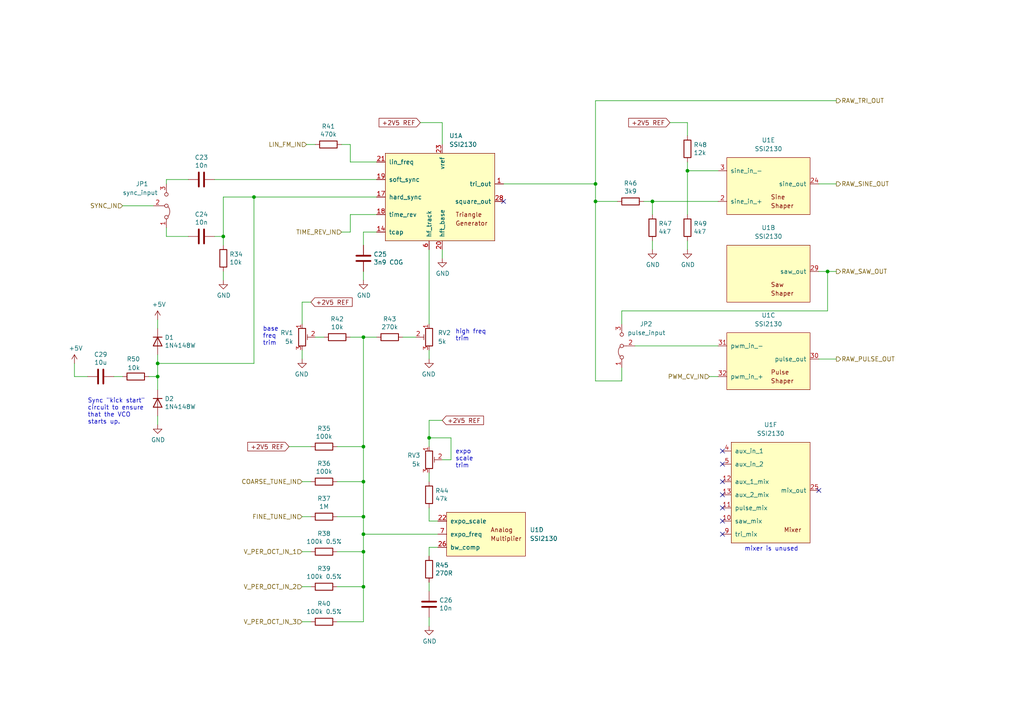
<source format=kicad_sch>
(kicad_sch (version 20211123) (generator eeschema)
  (paper "A4")
  (title_block (title "SSI2130 VCO") (date "2022-06-04") (rev "0.1") (comment 1 "creativecommons.org/licenses/by/4.0/") (comment 2 "License: CC by 4.0") (comment 3 "Author: Jordan Aceto"))
  (lib_symbols
    (symbol "Device:C" (pin_numbers hide) (pin_names (offset 0.254))
      (property "Reference" "C" (at 0.635 2.54 0))
      (property "Value" "C" (at 0.635 -2.54 0))
      (symbol "C_0_1"
        (polyline (pts (xy -2.032 -0.762) (xy 2.032 -0.762)) (stroke (width 0.508)))
        (polyline (pts (xy -2.032 0.762) (xy 2.032 0.762)) (stroke (width 0.508)))
      )
      (symbol "C_1_1"
        (pin passive line (at 0 3.81 270) (length 2.794) (name "~") (number "1"))
        (pin passive line (at 0 -3.81 90) (length 2.794) (name "~") (number "2"))
      )
    )
    (symbol "Device:R" (pin_numbers hide) (pin_names (offset 0))
      (property "Reference" "R" (at 2.032 0 90))
      (property "Value" "R" (at 0 0 90))
      (symbol "R_0_1"
        (rectangle (start -1.016 -2.54) (end 1.016 2.54) (stroke (width 0.254)))
      )
      (symbol "R_1_1"
        (pin passive line (at 0 3.81 270) (length 1.27) (name "~") (number "1"))
        (pin passive line (at 0 -3.81 90) (length 1.27) (name "~") (number "2"))
      )
    )
    (symbol "Device:R_Potentiometer_Trim" (pin_names (offset 1.016) hide)
      (property "Reference" "RV" (at -4.445 0 90))
      (property "Value" "R_Potentiometer_Trim" (at -2.54 0 90))
      (symbol "R_Potentiometer_Trim_0_1"
        (polyline (pts (xy 1.524 0.762) (xy 1.524 -0.762)))
        (polyline (pts (xy 2.54 0) (xy 1.524 0)))
        (rectangle (start 1.016 2.54) (end -1.016 -2.54) (stroke (width 0.254)))
      )
      (symbol "R_Potentiometer_Trim_1_1"
        (pin passive line (at 0 3.81 270) (length 1.27) (name "1") (number "1"))
        (pin passive line (at 3.81 0 180) (length 1.27) (name "2") (number "2"))
        (pin passive line (at 0 -3.81 90) (length 1.27) (name "3") (number "3"))
      )
    )
    (symbol "Diode:1N4148W" (pin_numbers hide) (pin_names (offset 1.016) hide)
      (property "Reference" "D" (at 0 2.54 0))
      (property "Value" "1N4148W" (at 0 -2.54 0))
      (symbol "1N4148W_0_1"
        (polyline (pts (xy -1.27 1.27) (xy -1.27 -1.27)) (stroke (width 0.254)))
        (polyline (pts (xy 1.27 0) (xy -1.27 0)))
        (polyline (pts (xy 1.27 1.27) (xy 1.27 -1.27) (xy -1.27 0) (xy 1.27 1.27)) (stroke (width 0.254)))
      )
      (symbol "1N4148W_1_1"
        (pin passive line (at -3.81 0 0) (length 2.54) (name "K") (number "1"))
        (pin passive line (at 3.81 0 180) (length 2.54) (name "A") (number "2"))
      )
    )
    (symbol "Jumper:Jumper_3_Bridged12" (pin_names (offset 0) hide)
      (property "Reference" "JP" (at -2.54 -2.54 0))
      (property "Value" "Jumper_3_Bridged12" (at 0 2.794 0))
      (symbol "Jumper_3_Bridged12_0_0"
        (circle (center -3.302 0) (radius 0.508))
        (circle (center 0 0) (radius 0.508))
        (circle (center 3.302 0) (radius 0.508))
      )
      (symbol "Jumper_3_Bridged12_0_1"
        (arc (start -0.254 0.508) (mid -1.651 0.9912) (end -3.048 0.508))
        (polyline (pts (xy 0 -1.27) (xy 0 -0.508)))
      )
      (symbol "Jumper_3_Bridged12_1_1"
        (pin passive line (at -6.35 0 0) (length 2.54) (name "A") (number "1"))
        (pin passive line (at 0 -3.81 90) (length 2.54) (name "C") (number "2"))
        (pin passive line (at 6.35 0 180) (length 2.54) (name "B") (number "3"))
      )
    )
    (symbol "custom_symbols:SSI2130" (pin_names (offset 1.016))
      (property "Reference" "U" (at 10.16 -13.97 0))
      (property "Value" "SSI2130" (at 10.16 -16.51 0))
      (symbol "SSI2130_1_0"
        (polyline (pts (xy -16.51 11.43) (xy -16.51 -13.97) (xy 15.24 -13.97) (xy 15.24 11.43) (xy 6.35 11.43) (xy -16.51 11.43)) (fill (type background)))
        (text "Generator" (at 3.81 -8.89 0) (effects (font (size 1.27 1.27)) (justify left)))
        (text "Triangle" (at 3.81 -6.35 0) (effects (font (size 1.27 1.27)) (justify left)))
      )
      (symbol "SSI2130_1_1"
        (pin output line (at 17.78 2.54 180) (length 2.54) (name "tri_out") (number "1"))
        (pin input line (at -19.05 -11.43 0) (length 2.54) (name "tcap") (number "14"))
        (pin input line (at -19.05 -1.27 0) (length 2.54) (name "hard_sync") (number "17"))
        (pin input line (at -19.05 -6.35 0) (length 2.54) (name "time_rev") (number "18"))
        (pin input line (at -19.05 3.81 0) (length 2.54) (name "soft_sync") (number "19"))
        (pin input line (at 0 -16.51 90) (length 2.54) (name "hft_base") (number "20"))
        (pin input line (at -19.05 8.89 0) (length 2.54) (name "lin_freq") (number "21"))
        (pin input line (at 0 13.97 270) (length 2.54) (name "vref") (number "23"))
        (pin output line (at 17.78 -2.54 180) (length 2.54) (name "square_out") (number "28"))
        (pin input line (at -3.81 -16.51 90) (length 2.54) (name "hf_track") (number "6"))
      )
      (symbol "SSI2130_2_1"
        (polyline (pts (xy -11.43 0) (xy -11.43 7.62) (xy 12.7 7.62) (xy 12.7 -8.89) (xy -11.43 -8.89) (xy -11.43 0)) (fill (type background)))
        (text "Saw" (at 1.27 -3.81 0) (effects (font (size 1.27 1.27)) (justify left)))
        (text "Shaper" (at 1.27 -6.35 0) (effects (font (size 1.27 1.27)) (justify left)))
        (pin output line (at 15.24 0 180) (length 2.54) (name "saw_out") (number "29"))
      )
      (symbol "SSI2130_3_1"
        (polyline (pts (xy 12.7 7.62) (xy -11.43 7.62) (xy -11.43 -8.89) (xy 12.7 -8.89) (xy 12.7 7.62)) (fill (type background)))
        (text "Pulse" (at 1.27 -3.81 0) (effects (font (size 1.27 1.27)) (justify left)))
        (text "Shaper" (at 1.27 -6.35 0) (effects (font (size 1.27 1.27)) (justify left)))
        (pin output line (at 15.24 0 180) (length 2.54) (name "pulse_out") (number "30"))
        (pin input line (at -13.97 3.81 0) (length 2.54) (name "pwm_in_-") (number "31"))
        (pin input line (at -13.97 -5.08 0) (length 2.54) (name "pwm_in_+") (number "32"))
      )
      (symbol "SSI2130_4_1"
        (polyline (pts (xy -11.43 6.35) (xy -11.43 -6.35) (xy 11.43 -6.35) (xy 11.43 6.35) (xy -11.43 6.35)) (fill (type background)))
        (text "Analog" (at 1.27 1.27 0) (effects (font (size 1.27 1.27)) (justify left)))
        (text "Multiplier" (at 1.27 -1.27 0) (effects (font (size 1.27 1.27)) (justify left)))
        (pin input line (at -13.97 3.81 0) (length 2.54) (name "expo_scale") (number "22"))
        (pin input line (at -13.97 -3.81 0) (length 2.54) (name "bw_comp") (number "26"))
        (pin input line (at -13.97 0 0) (length 2.54) (name "expo_freq") (number "7"))
      )
      (symbol "SSI2130_5_1"
        (polyline (pts (xy -11.43 7.62) (xy -11.43 -8.89) (xy 12.7 -8.89) (xy 12.7 7.62) (xy -11.43 7.62)) (fill (type background)))
        (text "Shaper" (at 1.27 -6.35 0) (effects (font (size 1.27 1.27)) (justify left)))
        (text "Sine" (at 1.27 -3.81 0) (effects (font (size 1.27 1.27)) (justify left)))
        (pin input line (at -13.97 -5.08 0) (length 2.54) (name "sine_in_+") (number "2"))
        (pin output line (at 15.24 0 180) (length 2.54) (name "sine_out") (number "24"))
        (pin input line (at -13.97 3.81 0) (length 2.54) (name "sine_in_-") (number "3"))
      )
      (symbol "SSI2130_6_1"
        (polyline (pts (xy 11.43 -11.43) (xy -11.43 -11.43) (xy -11.43 10.16) (xy -11.43 17.78) (xy 11.43 17.78) (xy 11.43 -11.43)) (fill (type background)))
        (text "Mixer" (at 3.81 -7.62 0) (effects (font (size 1.27 1.27)) (justify left)))
        (pin input line (at -13.97 -5.08 0) (length 2.54) (name "saw_mix") (number "10"))
        (pin input line (at -13.97 -1.27 0) (length 2.54) (name "pulse_mix") (number "11"))
        (pin input line (at -13.97 6.35 0) (length 2.54) (name "aux_1_mix") (number "12"))
        (pin input line (at -13.97 2.54 0) (length 2.54) (name "aux_2_mix") (number "13"))
        (pin output line (at 13.97 3.81 180) (length 2.54) (name "mix_out") (number "25"))
        (pin input line (at -13.97 15.24 0) (length 2.54) (name "aux_in_1") (number "4"))
        (pin input line (at -13.97 11.43 0) (length 2.54) (name "aux_in_2") (number "5"))
        (pin input line (at -13.97 -8.89 0) (length 2.54) (name "tri_mix") (number "9"))
      )
      (symbol "SSI2130_7_1"
        (polyline (pts (xy -11.43 6.35) (xy -11.43 -6.35) (xy 11.43 -6.35) (xy 11.43 6.35) (xy -11.43 6.35)) (fill (type background)))
        (text "Power" (at 1.27 0 0) (effects (font (size 1.27 1.27)) (justify left)))
        (pin power_in line (at -13.97 -1.27 0) (length 2.54) (name "dgnd") (number "15"))
        (pin power_in line (at -13.97 1.27 0) (length 2.54) (name "agnd") (number "16"))
        (pin power_in line (at -13.97 3.81 0) (length 2.54) (name "V+") (number "27"))
        (pin power_in line (at -13.97 -3.81 0) (length 2.54) (name "V-") (number "8"))
      )
    )
    (symbol "power:+5V" (power) (pin_names (offset 0))
      (property "Value" "+5V" (at 0 3.556 0))
      (symbol "+5V_0_1"
        (polyline (pts (xy -0.762 1.27) (xy 0 2.54)))
        (polyline (pts (xy 0 0) (xy 0 2.54)))
        (polyline (pts (xy 0 2.54) (xy 0.762 1.27)))
      )
      (symbol "+5V_1_1"
        (pin power_in line (at 0 0 90) (length 0) hide (name "+5V") (number "1"))
      )
    )
    (symbol "power:GND" (power) (pin_names (offset 0))
      (property "Value" "GND" (at 0 -3.81 0))
      (symbol "GND_0_1"
        (polyline (pts (xy 0 0) (xy 0 -1.27) (xy 1.27 -1.27) (xy 0 -2.54) (xy -1.27 -1.27) (xy 0 -1.27)))
      )
      (symbol "GND_1_1"
        (pin power_in line (at 0 0 270) (length 0) hide (name "GND") (number "1"))
      )
    )
  )
  (junction (at 45.72 105.41))
  (junction (at 45.72 109.22))
  (junction (at 105.41 149.86))
  (junction (at 64.77 68.58))
  (junction (at 73.66 57.15))
  (junction (at 105.41 129.54))
  (junction (at 105.41 139.7))
  (junction (at 105.41 160.02))
  (junction (at 189.23 58.42))
  (junction (at 199.39 49.53))
  (junction (at 124.46 127))
  (junction (at 105.41 154.94))
  (junction (at 105.41 97.79))
  (junction (at 240.03 78.74))
  (junction (at 105.41 170.18))
  (junction (at 172.72 53.34))
  (junction (at 172.72 58.42))
  (no_connect (at 237.49 142.24))
  (no_connect (at 209.55 154.94))
  (no_connect (at 146.05 58.42))
  (no_connect (at 209.55 147.32))
  (no_connect (at 209.55 143.51))
  (no_connect (at 209.55 151.13))
  (no_connect (at 209.55 130.81))
  (no_connect (at 209.55 139.7))
  (no_connect (at 209.55 134.62))
  (wire (pts (xy 87.63 149.86) (xy 90.17 149.86)))
  (wire (pts (xy 101.6 46.99) (xy 101.6 41.91)))
  (wire (pts (xy 83.82 129.54) (xy 90.17 129.54)))
  (wire (pts (xy 124.46 104.14) (xy 124.46 101.6)))
  (wire (pts (xy 180.34 93.98) (xy 180.34 90.17)))
  (wire (pts (xy 48.26 53.34) (xy 48.26 52.07)))
  (wire (pts (xy 97.79 180.34) (xy 105.41 180.34)))
  (wire (pts (xy 240.03 90.17) (xy 240.03 78.74)))
  (wire (pts (xy 105.41 139.7) (xy 105.41 149.86)))
  (wire (pts (xy 105.41 170.18) (xy 105.41 160.02)))
  (wire (pts (xy 120.65 97.79) (xy 116.84 97.79)))
  (wire (pts (xy 242.57 104.14) (xy 237.49 104.14)))
  (wire (pts (xy 48.26 68.58) (xy 54.61 68.58)))
  (wire (pts (xy 62.23 52.07) (xy 109.22 52.07)))
  (wire (pts (xy 240.03 78.74) (xy 237.49 78.74)))
  (wire (pts (xy 189.23 62.23) (xy 189.23 58.42)))
  (wire (pts (xy 87.63 180.34) (xy 90.17 180.34)))
  (wire (pts (xy 48.26 52.07) (xy 54.61 52.07)))
  (wire (pts (xy 172.72 53.34) (xy 172.72 58.42)))
  (wire (pts (xy 73.66 57.15) (xy 64.77 57.15)))
  (wire (pts (xy 97.79 170.18) (xy 105.41 170.18)))
  (wire (pts (xy 64.77 68.58) (xy 62.23 68.58)))
  (wire (pts (xy 105.41 129.54) (xy 97.79 129.54)))
  (wire (pts (xy 48.26 66.04) (xy 48.26 68.58)))
  (wire (pts (xy 109.22 57.15) (xy 73.66 57.15)))
  (wire (pts (xy 124.46 72.39) (xy 124.46 93.98)))
  (wire (pts (xy 172.72 58.42) (xy 172.72 110.49)))
  (wire (pts (xy 105.41 160.02) (xy 105.41 154.94)))
  (wire (pts (xy 35.56 109.22) (xy 33.02 109.22)))
  (wire (pts (xy 208.28 49.53) (xy 199.39 49.53)))
  (wire (pts (xy 199.39 62.23) (xy 199.39 49.53)))
  (wire (pts (xy 242.57 53.34) (xy 237.49 53.34)))
  (wire (pts (xy 87.63 104.14) (xy 87.63 101.6)))
  (wire (pts (xy 189.23 58.42) (xy 208.28 58.42)))
  (wire (pts (xy 105.41 67.31) (xy 109.22 67.31)))
  (wire (pts (xy 172.72 29.21) (xy 172.72 53.34)))
  (wire (pts (xy 199.39 69.85) (xy 199.39 72.39)))
  (wire (pts (xy 21.59 109.22) (xy 21.59 105.41)))
  (wire (pts (xy 99.06 67.31) (xy 101.6 67.31)))
  (wire (pts (xy 105.41 154.94) (xy 105.41 149.86)))
  (wire (pts (xy 128.27 74.93) (xy 128.27 72.39)))
  (wire (pts (xy 91.44 97.79) (xy 93.98 97.79)))
  (wire (pts (xy 45.72 109.22) (xy 45.72 105.41)))
  (wire (pts (xy 205.74 109.22) (xy 208.28 109.22)))
  (wire (pts (xy 97.79 160.02) (xy 105.41 160.02)))
  (wire (pts (xy 199.39 35.56) (xy 199.39 39.37)))
  (wire (pts (xy 127 151.13) (xy 124.46 151.13)))
  (wire (pts (xy 172.72 110.49) (xy 180.34 110.49)))
  (wire (pts (xy 124.46 158.75) (xy 127 158.75)))
  (wire (pts (xy 45.72 113.03) (xy 45.72 109.22)))
  (wire (pts (xy 128.27 121.92) (xy 124.46 121.92)))
  (wire (pts (xy 88.9 41.91) (xy 91.44 41.91)))
  (wire (pts (xy 45.72 105.41) (xy 45.72 102.87)))
  (wire (pts (xy 105.41 139.7) (xy 97.79 139.7)))
  (wire (pts (xy 105.41 180.34) (xy 105.41 170.18)))
  (wire (pts (xy 105.41 81.28) (xy 105.41 78.74)))
  (wire (pts (xy 180.34 106.68) (xy 180.34 110.49)))
  (wire (pts (xy 64.77 57.15) (xy 64.77 68.58)))
  (wire (pts (xy 87.63 87.63) (xy 87.63 93.98)))
  (wire (pts (xy 90.17 87.63) (xy 87.63 87.63)))
  (wire (pts (xy 130.81 127) (xy 124.46 127)))
  (wire (pts (xy 45.72 92.71) (xy 45.72 95.25)))
  (wire (pts (xy 179.07 58.42) (xy 172.72 58.42)))
  (wire (pts (xy 105.41 97.79) (xy 105.41 129.54)))
  (wire (pts (xy 189.23 69.85) (xy 189.23 72.39)))
  (wire (pts (xy 184.15 100.33) (xy 208.28 100.33)))
  (wire (pts (xy 25.4 109.22) (xy 21.59 109.22)))
  (wire (pts (xy 64.77 71.12) (xy 64.77 68.58)))
  (wire (pts (xy 128.27 35.56) (xy 121.92 35.56)))
  (wire (pts (xy 45.72 123.19) (xy 45.72 120.65)))
  (wire (pts (xy 124.46 139.7) (xy 124.46 137.16)))
  (wire (pts (xy 105.41 71.12) (xy 105.41 67.31)))
  (wire (pts (xy 44.45 59.69) (xy 35.56 59.69)))
  (wire (pts (xy 124.46 127) (xy 124.46 129.54)))
  (wire (pts (xy 124.46 171.45) (xy 124.46 168.91)))
  (wire (pts (xy 105.41 97.79) (xy 109.22 97.79)))
  (wire (pts (xy 124.46 121.92) (xy 124.46 127)))
  (wire (pts (xy 101.6 67.31) (xy 101.6 62.23)))
  (wire (pts (xy 101.6 97.79) (xy 105.41 97.79)))
  (wire (pts (xy 127 154.94) (xy 105.41 154.94)))
  (wire (pts (xy 130.81 133.35) (xy 130.81 127)))
  (wire (pts (xy 186.69 58.42) (xy 189.23 58.42)))
  (wire (pts (xy 128.27 133.35) (xy 130.81 133.35)))
  (wire (pts (xy 64.77 81.28) (xy 64.77 78.74)))
  (wire (pts (xy 87.63 139.7) (xy 90.17 139.7)))
  (wire (pts (xy 180.34 90.17) (xy 240.03 90.17)))
  (wire (pts (xy 101.6 41.91) (xy 99.06 41.91)))
  (wire (pts (xy 73.66 105.41) (xy 73.66 57.15)))
  (wire (pts (xy 43.18 109.22) (xy 45.72 109.22)))
  (wire (pts (xy 242.57 29.21) (xy 172.72 29.21)))
  (wire (pts (xy 87.63 170.18) (xy 90.17 170.18)))
  (wire (pts (xy 124.46 147.32) (xy 124.46 151.13)))
  (wire (pts (xy 101.6 62.23) (xy 109.22 62.23)))
  (wire (pts (xy 105.41 149.86) (xy 97.79 149.86)))
  (wire (pts (xy 199.39 49.53) (xy 199.39 46.99)))
  (wire (pts (xy 105.41 129.54) (xy 105.41 139.7)))
  (wire (pts (xy 124.46 161.29) (xy 124.46 158.75)))
  (wire (pts (xy 45.72 105.41) (xy 73.66 105.41)))
  (wire (pts (xy 124.46 181.61) (xy 124.46 179.07)))
  (wire (pts (xy 87.63 160.02) (xy 90.17 160.02)))
  (wire (pts (xy 146.05 53.34) (xy 172.72 53.34)))
  (wire (pts (xy 199.39 35.56) (xy 194.31 35.56)))
  (wire (pts (xy 101.6 46.99) (xy 109.22 46.99)))
  (wire (pts (xy 128.27 35.56) (xy 128.27 41.91)))
  (wire (pts (xy 240.03 78.74) (xy 242.57 78.74)))
  (text "base\nfreq\ntrim" (at 76.2 100.33 0) (effects (font (size 1.27 1.27)) (justify left bottom)))
  (text "mixer is unused" (at 215.9 160.02 0) (effects (font (size 1.27 1.27)) (justify left bottom)))
  (text "Sync \"kick start\" \ncircuit to ensure \nthat the VCO\nstarts up." (at 25.4 123.19 0) (effects (font (size 1.27 1.27)) (justify left bottom)))
  (text "expo\nscale \ntrim" (at 132.08 135.89 0) (effects (font (size 1.27 1.27)) (justify left bottom)))
  (text "high freq\ntrim" (at 132.08 99.06 0) (effects (font (size 1.27 1.27)) (justify left bottom)))
  (global_label "+2V5 REF" (shape input) (at 83.82 129.54 180) (property "Intersheet References" "${INTERSHEET_REFS}" (effects hide)))
  (global_label "+2V5 REF" (shape input) (at 121.92 35.56 180) (property "Intersheet References" "${INTERSHEET_REFS}" (effects hide)))
  (global_label "+2V5 REF" (shape input) (at 128.27 121.92 0) (property "Intersheet References" "${INTERSHEET_REFS}" (effects hide)))
  (global_label "+2V5 REF" (shape input) (at 194.31 35.56 180) (property "Intersheet References" "${INTERSHEET_REFS}" (effects hide)))
  (global_label "+2V5 REF" (shape input) (at 90.17 87.63 0) (property "Intersheet References" "${INTERSHEET_REFS}" (effects hide)))
  (hierarchical_label "COARSE_TUNE_IN" (shape input) (at 87.63 139.7 180))
  (hierarchical_label "RAW_SINE_OUT" (shape output) (at 242.57 53.34 0))
  (hierarchical_label "RAW_TRI_OUT" (shape output) (at 242.57 29.21 0))
  (hierarchical_label "V_PER_OCT_IN_1" (shape input) (at 87.63 160.02 180))
  (hierarchical_label "V_PER_OCT_IN_2" (shape input) (at 87.63 170.18 180))
  (hierarchical_label "TIME_REV_IN" (shape input) (at 99.06 67.31 180))
  (hierarchical_label "LIN_FM_IN" (shape input) (at 88.9 41.91 180))
  (hierarchical_label "RAW_PULSE_OUT" (shape output) (at 242.57 104.14 0))
  (hierarchical_label "PWM_CV_IN" (shape input) (at 205.74 109.22 180))
  (hierarchical_label "V_PER_OCT_IN_3" (shape input) (at 87.63 180.34 180))
  (hierarchical_label "SYNC_IN" (shape input) (at 35.56 59.69 180))
  (hierarchical_label "FINE_TUNE_IN" (shape input) (at 87.63 149.86 180))
  (hierarchical_label "RAW_SAW_OUT" (shape output) (at 242.57 78.74 0))
  (symbol (lib_id "power:GND") (at 45.72 123.19 0) (unit 1)
    (property "Reference" "#PWR068" (effects hide))
    (property "Value" "GND" (at 45.847 127.5842 0))
  )
  (symbol (lib_id "Device:R") (at 39.37 109.22 90) (unit 1)
    (property "Reference" "R50" (at 40.64 104.14 90) (effects (justify left)))
    (property "Value" "10k" (at 40.64 106.68 90) (effects (justify left)))
    (property "Footprint" "Resistor_SMD:R_0805_2012Metric" (effects hide))
  )
  (symbol (lib_id "Device:C") (at 29.21 109.22 270) (unit 1)
    (property "Reference" "C29" (at 29.21 102.8192 90))
    (property "Value" "10u" (at 29.21 105.1306 90))
    (property "Footprint" "Capacitor_SMD:C_0805_2012Metric" (effects hide))
  )
  (symbol (lib_id "Diode:1N4148W") (at 45.72 99.06 270) (unit 1)
    (property "Reference" "D1" (at 47.752 97.8916 90) (effects (justify left)))
    (property "Value" "1N4148W" (at 47.752 100.203 90) (effects (justify left)))
    (property "Footprint" "Diode_SMD:D_SOD-123" (effects hide))
    (property "Datasheet" "https://www.vishay.com/docs/85748/1n4148w.pdf" (effects hide))
  )
  (symbol (lib_id "Diode:1N4148W") (at 45.72 116.84 270) (unit 1)
    (property "Reference" "D2" (at 47.752 115.6716 90) (effects (justify left)))
    (property "Value" "1N4148W" (at 47.752 117.983 90) (effects (justify left)))
    (property "Footprint" "Diode_SMD:D_SOD-123" (effects hide))
    (property "Datasheet" "https://www.vishay.com/docs/85748/1n4148w.pdf" (effects hide))
  )
  (symbol (lib_id "power:+5V") (at 21.59 105.41 0) (unit 1)
    (property "Reference" "#PWR027" (effects hide))
    (property "Value" "+5V" (at 21.971 101.0158 0))
  )
  (symbol (lib_id "power:+5V") (at 45.72 92.71 0) (unit 1)
    (property "Reference" "#PWR067" (effects hide))
    (property "Value" "+5V" (at 46.101 88.3158 0))
  )
  (symbol (lib_id "Device:C") (at 105.41 74.93 0) (unit 1)
    (property "Reference" "C25" (at 108.331 73.7616 0) (effects (justify left)))
    (property "Value" "3n9 COG" (at 108.331 76.073 0) (effects (justify left)))
    (property "Footprint" "Capacitor_SMD:C_0805_2012Metric" (effects hide))
  )
  (symbol (lib_id "Device:R") (at 124.46 165.1 0) (unit 1)
    (property "Reference" "R45" (at 126.238 163.9316 0) (effects (justify left)))
    (property "Value" "270R" (at 126.238 166.243 0) (effects (justify left)))
    (property "Footprint" "Resistor_SMD:R_0805_2012Metric" (effects hide))
  )
  (symbol (lib_id "Device:C") (at 58.42 68.58 270) (unit 1)
    (property "Reference" "C24" (at 58.42 62.1792 90))
    (property "Value" "10n" (at 58.42 64.4906 90))
    (property "Footprint" "Capacitor_SMD:C_0805_2012Metric" (effects hide))
  )
  (symbol (lib_id "Device:C") (at 58.42 52.07 270) (unit 1)
    (property "Reference" "C23" (at 58.42 45.6692 90))
    (property "Value" "10n" (at 58.42 47.9806 90))
    (property "Footprint" "Capacitor_SMD:C_0805_2012Metric" (effects hide))
  )
  (symbol (lib_id "Device:R") (at 124.46 143.51 0) (unit 1)
    (property "Reference" "R44" (at 126.238 142.3416 0) (effects (justify left)))
    (property "Value" "47k" (at 126.238 144.653 0) (effects (justify left)))
    (property "Footprint" "Resistor_SMD:R_0805_2012Metric" (effects hide))
  )
  (symbol (lib_id "Device:R") (at 189.23 66.04 180) (unit 1)
    (property "Reference" "R47" (at 191.008 64.8716 0) (effects (justify right)))
    (property "Value" "4k7" (at 191.008 67.183 0) (effects (justify right)))
    (property "Footprint" "Resistor_SMD:R_0805_2012Metric" (effects hide))
  )
  (symbol (lib_id "Device:R") (at 199.39 66.04 180) (unit 1)
    (property "Reference" "R49" (at 201.168 64.8716 0) (effects (justify right)))
    (property "Value" "4k7" (at 201.168 67.183 0) (effects (justify right)))
    (property "Footprint" "Resistor_SMD:R_0805_2012Metric" (effects hide))
  )
  (symbol (lib_id "power:GND") (at 189.23 72.39 0) (unit 1)
    (property "Reference" "#PWR064" (effects hide))
    (property "Value" "GND" (at 189.357 76.7842 0))
  )
  (symbol (lib_id "Device:R") (at 182.88 58.42 270) (unit 1)
    (property "Reference" "R46" (at 182.88 53.1622 90))
    (property "Value" "3k9" (at 182.88 55.4736 90))
    (property "Footprint" "Resistor_SMD:R_0805_2012Metric" (effects hide))
  )
  (symbol (lib_id "power:GND") (at 128.27 74.93 0) (unit 1)
    (property "Reference" "#PWR063" (effects hide))
    (property "Value" "GND" (at 128.397 79.3242 0))
  )
  (symbol (lib_id "Device:C") (at 124.46 175.26 0) (unit 1)
    (property "Reference" "C26" (at 127.381 174.0916 0) (effects (justify left)))
    (property "Value" "10n" (at 127.381 176.403 0) (effects (justify left)))
    (property "Footprint" "Capacitor_SMD:C_0805_2012Metric" (effects hide))
  )
  (symbol (lib_id "power:GND") (at 124.46 181.61 0) (unit 1)
    (property "Reference" "#PWR061" (effects hide))
    (property "Value" "GND" (at 124.587 186.0042 0))
  )
  (symbol (lib_id "power:GND") (at 105.41 81.28 0) (unit 1)
    (property "Reference" "#PWR058" (effects hide))
    (property "Value" "GND" (at 105.537 85.6742 0))
  )
  (symbol (lib_id "Device:R") (at 64.77 74.93 0) (unit 1)
    (property "Reference" "R34" (at 66.548 73.7616 0) (effects (justify left)))
    (property "Value" "10k" (at 66.548 76.073 0) (effects (justify left)))
    (property "Footprint" "Resistor_SMD:R_0805_2012Metric" (effects hide))
  )
  (symbol (lib_id "power:GND") (at 64.77 81.28 0) (unit 1)
    (property "Reference" "#PWR054" (effects hide))
    (property "Value" "GND" (at 64.897 85.6742 0))
  )
  (symbol (lib_id "Device:R") (at 113.03 97.79 270) (unit 1)
    (property "Reference" "R43" (at 113.03 92.5322 90))
    (property "Value" "270k" (at 113.03 94.8436 90))
    (property "Footprint" "Resistor_SMD:R_0805_2012Metric" (effects hide))
  )
  (symbol (lib_id "power:GND") (at 124.46 104.14 0) (mirror y) (unit 1)
    (property "Reference" "#PWR059" (effects hide))
    (property "Value" "GND" (at 124.333 108.5342 0))
  )
  (symbol (lib_id "Device:R") (at 93.98 160.02 270) (unit 1)
    (property "Reference" "R38" (at 93.98 154.7622 90))
    (property "Value" "100k 0.5%" (at 93.98 157.0736 90))
    (property "Footprint" "Resistor_SMD:R_0805_2012Metric" (effects hide))
  )
  (symbol (lib_id "Device:R") (at 199.39 43.18 180) (unit 1)
    (property "Reference" "R48" (at 201.168 42.0116 0) (effects (justify right)))
    (property "Value" "12k" (at 201.168 44.323 0) (effects (justify right)))
    (property "Footprint" "Resistor_SMD:R_0805_2012Metric" (effects hide))
  )
  (symbol (lib_id "power:GND") (at 199.39 72.39 0) (unit 1)
    (property "Reference" "#PWR066" (effects hide))
    (property "Value" "GND" (at 199.517 76.7842 0))
  )
  (symbol (lib_id "Device:R") (at 93.98 139.7 270) (unit 1)
    (property "Reference" "R36" (at 93.98 134.4422 90))
    (property "Value" "100k" (at 93.98 136.7536 90))
    (property "Footprint" "Resistor_SMD:R_0805_2012Metric" (effects hide))
  )
  (symbol (lib_id "Device:R") (at 93.98 170.18 270) (unit 1)
    (property "Reference" "R39" (at 93.98 164.9222 90))
    (property "Value" "100k 0.5%" (at 93.98 167.2336 90))
    (property "Footprint" "Resistor_SMD:R_0805_2012Metric" (effects hide))
  )
  (symbol (lib_id "Device:R") (at 93.98 180.34 270) (unit 1)
    (property "Reference" "R40" (at 93.98 175.0822 90))
    (property "Value" "100k 0.5%" (at 93.98 177.3936 90))
    (property "Footprint" "Resistor_SMD:R_0805_2012Metric" (effects hide))
  )
  (symbol (lib_id "Device:R") (at 97.79 97.79 270) (unit 1)
    (property "Reference" "R42" (at 97.79 92.5322 90))
    (property "Value" "10k" (at 97.79 94.8436 90))
    (property "Footprint" "Resistor_SMD:R_0805_2012Metric" (effects hide))
  )
  (symbol (lib_id "Device:R") (at 95.25 41.91 270) (unit 1)
    (property "Reference" "R41" (at 95.25 36.6522 90))
    (property "Value" "470k" (at 95.25 38.9636 90))
    (property "Footprint" "Resistor_SMD:R_0805_2012Metric" (effects hide))
  )
  (symbol (lib_id "Device:R") (at 93.98 149.86 270) (unit 1)
    (property "Reference" "R37" (at 93.98 144.6022 90))
    (property "Value" "1M" (at 93.98 146.9136 90))
    (property "Footprint" "Resistor_SMD:R_0805_2012Metric" (effects hide))
  )
  (symbol (lib_id "power:GND") (at 87.63 104.14 0) (mirror y) (unit 1)
    (property "Reference" "#PWR057" (effects hide))
    (property "Value" "GND" (at 87.503 108.5342 0))
  )
  (symbol (lib_id "Device:R") (at 93.98 129.54 270) (unit 1)
    (property "Reference" "R35" (at 93.98 124.2822 90))
    (property "Value" "100k" (at 93.98 126.5936 90))
    (property "Footprint" "Resistor_SMD:R_0805_2012Metric" (effects hide))
  )
  (symbol (lib_id "custom_symbols:SSI2130") (at 222.25 104.14 0) (unit 3)
    (property "Reference" "U1" (at 222.885 91.44 0))
    (property "Value" "SSI2130" (at 222.885 93.98 0))
    (property "Footprint" "custom_footprints:PQN32_HandSoldering" (effects hide))
    (property "Datasheet" "https://www.soundsemiconductor.com/downloads/ssi2130datasheet.pdf" (effects hide))
  )
  (symbol (lib_id "custom_symbols:SSI2130") (at 223.52 146.05 0) (unit 6)
    (property "Reference" "U1" (at 223.52 123.19 0))
    (property "Value" "SSI2130" (at 223.52 125.73 0))
    (property "Footprint" "custom_footprints:PQN32_HandSoldering" (effects hide))
    (property "Datasheet" "https://www.soundsemiconductor.com/downloads/ssi2130datasheet.pdf" (effects hide))
  )
  (symbol (lib_id "custom_symbols:SSI2130") (at 222.25 53.34 0) (unit 5)
    (property "Reference" "U1" (at 222.885 40.64 0))
    (property "Value" "SSI2130" (at 222.885 43.18 0))
    (property "Footprint" "custom_footprints:PQN32_HandSoldering" (effects hide))
    (property "Datasheet" "https://www.soundsemiconductor.com/downloads/ssi2130datasheet.pdf" (effects hide))
  )
  (symbol (lib_id "Device:R_Potentiometer_Trim") (at 124.46 133.35 0) (unit 1)
    (property "Reference" "RV3" (at 121.92 132.0799 0) (effects (justify right)))
    (property "Value" "5k" (at 121.92 134.6199 0) (effects (justify right)))
    (property "Footprint" "Potentiometer_THT:Potentiometer_Bourns_3296W_Vertical" (effects hide))
  )
  (symbol (lib_id "Jumper:Jumper_3_Bridged12") (at 180.34 100.33 90) (unit 1)
    (property "Reference" "JP2" (at 189.23 93.98 90) (effects (justify left)))
    (property "Value" "pulse_input" (at 193.04 96.52 90) (effects (justify left)))
    (property "Footprint" "Connector_PinHeader_2.54mm:PinHeader_1x03_P2.54mm_Vertical" (effects hide))
  )
  (symbol (lib_id "Device:R_Potentiometer_Trim") (at 87.63 97.79 0) (unit 1)
    (property "Reference" "RV1" (at 85.09 96.5199 0) (effects (justify right)))
    (property "Value" "5k" (at 85.09 99.0599 0) (effects (justify right)))
    (property "Footprint" "Potentiometer_THT:Potentiometer_Bourns_3296W_Vertical" (effects hide))
  )
  (symbol (lib_id "Device:R_Potentiometer_Trim") (at 124.46 97.79 0) (mirror y) (unit 1)
    (property "Reference" "RV2" (at 127 96.5199 0) (effects (justify right)))
    (property "Value" "5k" (at 127 99.0599 0) (effects (justify right)))
    (property "Footprint" "Potentiometer_THT:Potentiometer_Bourns_3296W_Vertical" (effects hide))
  )
  (symbol (lib_id "custom_symbols:SSI2130") (at 140.97 154.94 0) (unit 4)
    (property "Reference" "U1" (at 153.67 153.6699 0) (effects (justify left)))
    (property "Value" "SSI2130" (at 153.67 156.2099 0) (effects (justify left)))
    (property "Footprint" "custom_footprints:PQN32_HandSoldering" (effects hide))
    (property "Datasheet" "https://www.soundsemiconductor.com/downloads/ssi2130datasheet.pdf" (effects hide))
  )
  (symbol (lib_id "custom_symbols:SSI2130") (at 128.27 55.88 0) (unit 1)
    (property "Reference" "U1" (at 130.2894 39.37 0) (effects (justify left)))
    (property "Value" "SSI2130" (at 130.2894 41.91 0) (effects (justify left)))
    (property "Footprint" "custom_footprints:PQN32_HandSoldering" (effects hide))
    (property "Datasheet" "https://www.soundsemiconductor.com/downloads/ssi2130datasheet.pdf" (effects hide))
  )
  (symbol (lib_id "custom_symbols:SSI2130") (at 222.25 78.74 0) (unit 2)
    (property "Reference" "U1" (at 222.885 66.04 0))
    (property "Value" "SSI2130" (at 222.885 68.58 0))
    (property "Footprint" "custom_footprints:PQN32_HandSoldering" (effects hide))
    (property "Datasheet" "https://www.soundsemiconductor.com/downloads/ssi2130datasheet.pdf" (effects hide))
  )
  (symbol (lib_id "Jumper:Jumper_3_Bridged12") (at 48.26 59.69 270) (mirror x) (unit 1)
    (property "Reference" "JP1" (at 39.37 53.34 90) (effects (justify left)))
    (property "Value" "sync_input" (at 35.56 55.88 90) (effects (justify left)))
    (property "Footprint" "Connector_PinHeader_2.54mm:PinHeader_1x03_P2.54mm_Vertical" (effects hide))
  )
)
</source>
